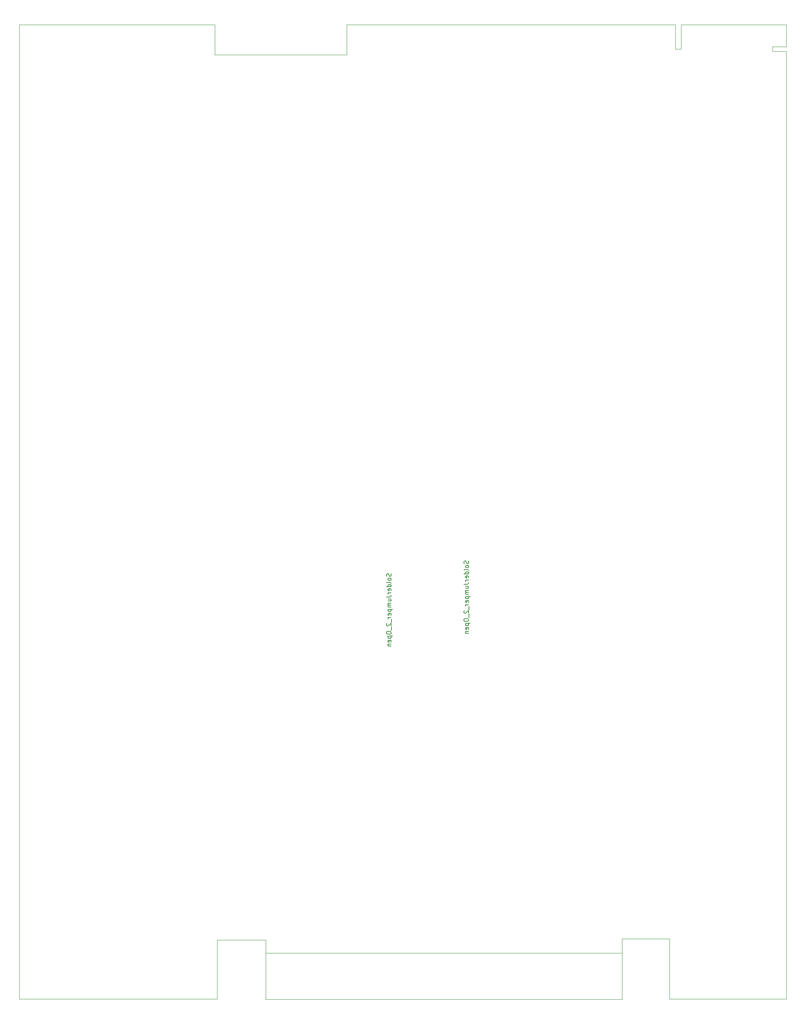
<source format=gbr>
%TF.GenerationSoftware,KiCad,Pcbnew,7.0.11-7.0.11~ubuntu22.04.1*%
%TF.CreationDate,2024-11-08T14:06:27-05:00*%
%TF.ProjectId,coleco_original_main_only,636f6c65-636f-45f6-9f72-6967696e616c,DEV*%
%TF.SameCoordinates,Original*%
%TF.FileFunction,AssemblyDrawing,Bot*%
%FSLAX46Y46*%
G04 Gerber Fmt 4.6, Leading zero omitted, Abs format (unit mm)*
G04 Created by KiCad (PCBNEW 7.0.11-7.0.11~ubuntu22.04.1) date 2024-11-08 14:06:27*
%MOMM*%
%LPD*%
G01*
G04 APERTURE LIST*
%ADD10C,0.100000*%
%ADD11C,0.150000*%
G04 APERTURE END LIST*
D10*
X166116000Y-230517000D02*
X191770000Y-230517000D01*
X191770000Y-21475000D02*
X191770000Y-16649000D01*
X95250000Y-16649000D02*
X95250000Y-23253000D01*
X95250000Y-23253000D02*
X66294000Y-23253000D01*
X66294000Y-23253000D02*
X66294000Y-16649000D01*
X191770000Y-16649000D02*
X168656000Y-16649000D01*
X191770000Y-230517000D02*
X191770000Y-22491000D01*
X188722000Y-21475000D02*
X191770000Y-21475000D01*
X166116000Y-217309000D02*
X166116000Y-230517000D01*
X191770000Y-22491000D02*
X188722000Y-22491000D01*
X167386000Y-16649000D02*
X95250000Y-16649000D01*
X66802000Y-230517000D02*
X66802000Y-217563000D01*
X167386000Y-21983000D02*
X167386000Y-16649000D01*
X23368000Y-230517000D02*
X66802000Y-230517000D01*
X77470000Y-217563000D02*
X77470000Y-230390000D01*
X23368000Y-16649000D02*
X23368000Y-230517000D01*
X155702000Y-217309000D02*
X166116000Y-217309000D01*
X66802000Y-217563000D02*
X77470000Y-217563000D01*
X168656000Y-21983000D02*
X167386000Y-21983000D01*
X66294000Y-16649000D02*
X23368000Y-16649000D01*
X155702000Y-230390000D02*
X155702000Y-217309000D01*
X188722000Y-22491000D02*
X188722000Y-21475000D01*
X168656000Y-16649000D02*
X168656000Y-21983000D01*
D11*
X104923200Y-137196808D02*
X104970819Y-137339665D01*
X104970819Y-137339665D02*
X104970819Y-137577760D01*
X104970819Y-137577760D02*
X104923200Y-137672998D01*
X104923200Y-137672998D02*
X104875580Y-137720617D01*
X104875580Y-137720617D02*
X104780342Y-137768236D01*
X104780342Y-137768236D02*
X104685104Y-137768236D01*
X104685104Y-137768236D02*
X104589866Y-137720617D01*
X104589866Y-137720617D02*
X104542247Y-137672998D01*
X104542247Y-137672998D02*
X104494628Y-137577760D01*
X104494628Y-137577760D02*
X104447009Y-137387284D01*
X104447009Y-137387284D02*
X104399390Y-137292046D01*
X104399390Y-137292046D02*
X104351771Y-137244427D01*
X104351771Y-137244427D02*
X104256533Y-137196808D01*
X104256533Y-137196808D02*
X104161295Y-137196808D01*
X104161295Y-137196808D02*
X104066057Y-137244427D01*
X104066057Y-137244427D02*
X104018438Y-137292046D01*
X104018438Y-137292046D02*
X103970819Y-137387284D01*
X103970819Y-137387284D02*
X103970819Y-137625379D01*
X103970819Y-137625379D02*
X104018438Y-137768236D01*
X104970819Y-138339665D02*
X104923200Y-138244427D01*
X104923200Y-138244427D02*
X104875580Y-138196808D01*
X104875580Y-138196808D02*
X104780342Y-138149189D01*
X104780342Y-138149189D02*
X104494628Y-138149189D01*
X104494628Y-138149189D02*
X104399390Y-138196808D01*
X104399390Y-138196808D02*
X104351771Y-138244427D01*
X104351771Y-138244427D02*
X104304152Y-138339665D01*
X104304152Y-138339665D02*
X104304152Y-138482522D01*
X104304152Y-138482522D02*
X104351771Y-138577760D01*
X104351771Y-138577760D02*
X104399390Y-138625379D01*
X104399390Y-138625379D02*
X104494628Y-138672998D01*
X104494628Y-138672998D02*
X104780342Y-138672998D01*
X104780342Y-138672998D02*
X104875580Y-138625379D01*
X104875580Y-138625379D02*
X104923200Y-138577760D01*
X104923200Y-138577760D02*
X104970819Y-138482522D01*
X104970819Y-138482522D02*
X104970819Y-138339665D01*
X104970819Y-139244427D02*
X104923200Y-139149189D01*
X104923200Y-139149189D02*
X104827961Y-139101570D01*
X104827961Y-139101570D02*
X103970819Y-139101570D01*
X104970819Y-140053951D02*
X103970819Y-140053951D01*
X104923200Y-140053951D02*
X104970819Y-139958713D01*
X104970819Y-139958713D02*
X104970819Y-139768237D01*
X104970819Y-139768237D02*
X104923200Y-139672999D01*
X104923200Y-139672999D02*
X104875580Y-139625380D01*
X104875580Y-139625380D02*
X104780342Y-139577761D01*
X104780342Y-139577761D02*
X104494628Y-139577761D01*
X104494628Y-139577761D02*
X104399390Y-139625380D01*
X104399390Y-139625380D02*
X104351771Y-139672999D01*
X104351771Y-139672999D02*
X104304152Y-139768237D01*
X104304152Y-139768237D02*
X104304152Y-139958713D01*
X104304152Y-139958713D02*
X104351771Y-140053951D01*
X104923200Y-140911094D02*
X104970819Y-140815856D01*
X104970819Y-140815856D02*
X104970819Y-140625380D01*
X104970819Y-140625380D02*
X104923200Y-140530142D01*
X104923200Y-140530142D02*
X104827961Y-140482523D01*
X104827961Y-140482523D02*
X104447009Y-140482523D01*
X104447009Y-140482523D02*
X104351771Y-140530142D01*
X104351771Y-140530142D02*
X104304152Y-140625380D01*
X104304152Y-140625380D02*
X104304152Y-140815856D01*
X104304152Y-140815856D02*
X104351771Y-140911094D01*
X104351771Y-140911094D02*
X104447009Y-140958713D01*
X104447009Y-140958713D02*
X104542247Y-140958713D01*
X104542247Y-140958713D02*
X104637485Y-140482523D01*
X104970819Y-141387285D02*
X104304152Y-141387285D01*
X104494628Y-141387285D02*
X104399390Y-141434904D01*
X104399390Y-141434904D02*
X104351771Y-141482523D01*
X104351771Y-141482523D02*
X104304152Y-141577761D01*
X104304152Y-141577761D02*
X104304152Y-141672999D01*
X103970819Y-142292047D02*
X104685104Y-142292047D01*
X104685104Y-142292047D02*
X104827961Y-142244428D01*
X104827961Y-142244428D02*
X104923200Y-142149190D01*
X104923200Y-142149190D02*
X104970819Y-142006333D01*
X104970819Y-142006333D02*
X104970819Y-141911095D01*
X104304152Y-143196809D02*
X104970819Y-143196809D01*
X104304152Y-142768238D02*
X104827961Y-142768238D01*
X104827961Y-142768238D02*
X104923200Y-142815857D01*
X104923200Y-142815857D02*
X104970819Y-142911095D01*
X104970819Y-142911095D02*
X104970819Y-143053952D01*
X104970819Y-143053952D02*
X104923200Y-143149190D01*
X104923200Y-143149190D02*
X104875580Y-143196809D01*
X104970819Y-143673000D02*
X104304152Y-143673000D01*
X104399390Y-143673000D02*
X104351771Y-143720619D01*
X104351771Y-143720619D02*
X104304152Y-143815857D01*
X104304152Y-143815857D02*
X104304152Y-143958714D01*
X104304152Y-143958714D02*
X104351771Y-144053952D01*
X104351771Y-144053952D02*
X104447009Y-144101571D01*
X104447009Y-144101571D02*
X104970819Y-144101571D01*
X104447009Y-144101571D02*
X104351771Y-144149190D01*
X104351771Y-144149190D02*
X104304152Y-144244428D01*
X104304152Y-144244428D02*
X104304152Y-144387285D01*
X104304152Y-144387285D02*
X104351771Y-144482524D01*
X104351771Y-144482524D02*
X104447009Y-144530143D01*
X104447009Y-144530143D02*
X104970819Y-144530143D01*
X104304152Y-145006333D02*
X105304152Y-145006333D01*
X104351771Y-145006333D02*
X104304152Y-145101571D01*
X104304152Y-145101571D02*
X104304152Y-145292047D01*
X104304152Y-145292047D02*
X104351771Y-145387285D01*
X104351771Y-145387285D02*
X104399390Y-145434904D01*
X104399390Y-145434904D02*
X104494628Y-145482523D01*
X104494628Y-145482523D02*
X104780342Y-145482523D01*
X104780342Y-145482523D02*
X104875580Y-145434904D01*
X104875580Y-145434904D02*
X104923200Y-145387285D01*
X104923200Y-145387285D02*
X104970819Y-145292047D01*
X104970819Y-145292047D02*
X104970819Y-145101571D01*
X104970819Y-145101571D02*
X104923200Y-145006333D01*
X104923200Y-146292047D02*
X104970819Y-146196809D01*
X104970819Y-146196809D02*
X104970819Y-146006333D01*
X104970819Y-146006333D02*
X104923200Y-145911095D01*
X104923200Y-145911095D02*
X104827961Y-145863476D01*
X104827961Y-145863476D02*
X104447009Y-145863476D01*
X104447009Y-145863476D02*
X104351771Y-145911095D01*
X104351771Y-145911095D02*
X104304152Y-146006333D01*
X104304152Y-146006333D02*
X104304152Y-146196809D01*
X104304152Y-146196809D02*
X104351771Y-146292047D01*
X104351771Y-146292047D02*
X104447009Y-146339666D01*
X104447009Y-146339666D02*
X104542247Y-146339666D01*
X104542247Y-146339666D02*
X104637485Y-145863476D01*
X104970819Y-146768238D02*
X104304152Y-146768238D01*
X104494628Y-146768238D02*
X104399390Y-146815857D01*
X104399390Y-146815857D02*
X104351771Y-146863476D01*
X104351771Y-146863476D02*
X104304152Y-146958714D01*
X104304152Y-146958714D02*
X104304152Y-147053952D01*
X105066057Y-147149191D02*
X105066057Y-147911095D01*
X104066057Y-148101572D02*
X104018438Y-148149191D01*
X104018438Y-148149191D02*
X103970819Y-148244429D01*
X103970819Y-148244429D02*
X103970819Y-148482524D01*
X103970819Y-148482524D02*
X104018438Y-148577762D01*
X104018438Y-148577762D02*
X104066057Y-148625381D01*
X104066057Y-148625381D02*
X104161295Y-148673000D01*
X104161295Y-148673000D02*
X104256533Y-148673000D01*
X104256533Y-148673000D02*
X104399390Y-148625381D01*
X104399390Y-148625381D02*
X104970819Y-148053953D01*
X104970819Y-148053953D02*
X104970819Y-148673000D01*
X105066057Y-148863477D02*
X105066057Y-149625381D01*
X103970819Y-150053953D02*
X103970819Y-150244429D01*
X103970819Y-150244429D02*
X104018438Y-150339667D01*
X104018438Y-150339667D02*
X104113676Y-150434905D01*
X104113676Y-150434905D02*
X104304152Y-150482524D01*
X104304152Y-150482524D02*
X104637485Y-150482524D01*
X104637485Y-150482524D02*
X104827961Y-150434905D01*
X104827961Y-150434905D02*
X104923200Y-150339667D01*
X104923200Y-150339667D02*
X104970819Y-150244429D01*
X104970819Y-150244429D02*
X104970819Y-150053953D01*
X104970819Y-150053953D02*
X104923200Y-149958715D01*
X104923200Y-149958715D02*
X104827961Y-149863477D01*
X104827961Y-149863477D02*
X104637485Y-149815858D01*
X104637485Y-149815858D02*
X104304152Y-149815858D01*
X104304152Y-149815858D02*
X104113676Y-149863477D01*
X104113676Y-149863477D02*
X104018438Y-149958715D01*
X104018438Y-149958715D02*
X103970819Y-150053953D01*
X104304152Y-150911096D02*
X105304152Y-150911096D01*
X104351771Y-150911096D02*
X104304152Y-151006334D01*
X104304152Y-151006334D02*
X104304152Y-151196810D01*
X104304152Y-151196810D02*
X104351771Y-151292048D01*
X104351771Y-151292048D02*
X104399390Y-151339667D01*
X104399390Y-151339667D02*
X104494628Y-151387286D01*
X104494628Y-151387286D02*
X104780342Y-151387286D01*
X104780342Y-151387286D02*
X104875580Y-151339667D01*
X104875580Y-151339667D02*
X104923200Y-151292048D01*
X104923200Y-151292048D02*
X104970819Y-151196810D01*
X104970819Y-151196810D02*
X104970819Y-151006334D01*
X104970819Y-151006334D02*
X104923200Y-150911096D01*
X104923200Y-152196810D02*
X104970819Y-152101572D01*
X104970819Y-152101572D02*
X104970819Y-151911096D01*
X104970819Y-151911096D02*
X104923200Y-151815858D01*
X104923200Y-151815858D02*
X104827961Y-151768239D01*
X104827961Y-151768239D02*
X104447009Y-151768239D01*
X104447009Y-151768239D02*
X104351771Y-151815858D01*
X104351771Y-151815858D02*
X104304152Y-151911096D01*
X104304152Y-151911096D02*
X104304152Y-152101572D01*
X104304152Y-152101572D02*
X104351771Y-152196810D01*
X104351771Y-152196810D02*
X104447009Y-152244429D01*
X104447009Y-152244429D02*
X104542247Y-152244429D01*
X104542247Y-152244429D02*
X104637485Y-151768239D01*
X104304152Y-152673001D02*
X104970819Y-152673001D01*
X104399390Y-152673001D02*
X104351771Y-152720620D01*
X104351771Y-152720620D02*
X104304152Y-152815858D01*
X104304152Y-152815858D02*
X104304152Y-152958715D01*
X104304152Y-152958715D02*
X104351771Y-153053953D01*
X104351771Y-153053953D02*
X104447009Y-153101572D01*
X104447009Y-153101572D02*
X104970819Y-153101572D01*
X121941200Y-134402808D02*
X121988819Y-134545665D01*
X121988819Y-134545665D02*
X121988819Y-134783760D01*
X121988819Y-134783760D02*
X121941200Y-134878998D01*
X121941200Y-134878998D02*
X121893580Y-134926617D01*
X121893580Y-134926617D02*
X121798342Y-134974236D01*
X121798342Y-134974236D02*
X121703104Y-134974236D01*
X121703104Y-134974236D02*
X121607866Y-134926617D01*
X121607866Y-134926617D02*
X121560247Y-134878998D01*
X121560247Y-134878998D02*
X121512628Y-134783760D01*
X121512628Y-134783760D02*
X121465009Y-134593284D01*
X121465009Y-134593284D02*
X121417390Y-134498046D01*
X121417390Y-134498046D02*
X121369771Y-134450427D01*
X121369771Y-134450427D02*
X121274533Y-134402808D01*
X121274533Y-134402808D02*
X121179295Y-134402808D01*
X121179295Y-134402808D02*
X121084057Y-134450427D01*
X121084057Y-134450427D02*
X121036438Y-134498046D01*
X121036438Y-134498046D02*
X120988819Y-134593284D01*
X120988819Y-134593284D02*
X120988819Y-134831379D01*
X120988819Y-134831379D02*
X121036438Y-134974236D01*
X121988819Y-135545665D02*
X121941200Y-135450427D01*
X121941200Y-135450427D02*
X121893580Y-135402808D01*
X121893580Y-135402808D02*
X121798342Y-135355189D01*
X121798342Y-135355189D02*
X121512628Y-135355189D01*
X121512628Y-135355189D02*
X121417390Y-135402808D01*
X121417390Y-135402808D02*
X121369771Y-135450427D01*
X121369771Y-135450427D02*
X121322152Y-135545665D01*
X121322152Y-135545665D02*
X121322152Y-135688522D01*
X121322152Y-135688522D02*
X121369771Y-135783760D01*
X121369771Y-135783760D02*
X121417390Y-135831379D01*
X121417390Y-135831379D02*
X121512628Y-135878998D01*
X121512628Y-135878998D02*
X121798342Y-135878998D01*
X121798342Y-135878998D02*
X121893580Y-135831379D01*
X121893580Y-135831379D02*
X121941200Y-135783760D01*
X121941200Y-135783760D02*
X121988819Y-135688522D01*
X121988819Y-135688522D02*
X121988819Y-135545665D01*
X121988819Y-136450427D02*
X121941200Y-136355189D01*
X121941200Y-136355189D02*
X121845961Y-136307570D01*
X121845961Y-136307570D02*
X120988819Y-136307570D01*
X121988819Y-137259951D02*
X120988819Y-137259951D01*
X121941200Y-137259951D02*
X121988819Y-137164713D01*
X121988819Y-137164713D02*
X121988819Y-136974237D01*
X121988819Y-136974237D02*
X121941200Y-136878999D01*
X121941200Y-136878999D02*
X121893580Y-136831380D01*
X121893580Y-136831380D02*
X121798342Y-136783761D01*
X121798342Y-136783761D02*
X121512628Y-136783761D01*
X121512628Y-136783761D02*
X121417390Y-136831380D01*
X121417390Y-136831380D02*
X121369771Y-136878999D01*
X121369771Y-136878999D02*
X121322152Y-136974237D01*
X121322152Y-136974237D02*
X121322152Y-137164713D01*
X121322152Y-137164713D02*
X121369771Y-137259951D01*
X121941200Y-138117094D02*
X121988819Y-138021856D01*
X121988819Y-138021856D02*
X121988819Y-137831380D01*
X121988819Y-137831380D02*
X121941200Y-137736142D01*
X121941200Y-137736142D02*
X121845961Y-137688523D01*
X121845961Y-137688523D02*
X121465009Y-137688523D01*
X121465009Y-137688523D02*
X121369771Y-137736142D01*
X121369771Y-137736142D02*
X121322152Y-137831380D01*
X121322152Y-137831380D02*
X121322152Y-138021856D01*
X121322152Y-138021856D02*
X121369771Y-138117094D01*
X121369771Y-138117094D02*
X121465009Y-138164713D01*
X121465009Y-138164713D02*
X121560247Y-138164713D01*
X121560247Y-138164713D02*
X121655485Y-137688523D01*
X121988819Y-138593285D02*
X121322152Y-138593285D01*
X121512628Y-138593285D02*
X121417390Y-138640904D01*
X121417390Y-138640904D02*
X121369771Y-138688523D01*
X121369771Y-138688523D02*
X121322152Y-138783761D01*
X121322152Y-138783761D02*
X121322152Y-138878999D01*
X120988819Y-139498047D02*
X121703104Y-139498047D01*
X121703104Y-139498047D02*
X121845961Y-139450428D01*
X121845961Y-139450428D02*
X121941200Y-139355190D01*
X121941200Y-139355190D02*
X121988819Y-139212333D01*
X121988819Y-139212333D02*
X121988819Y-139117095D01*
X121322152Y-140402809D02*
X121988819Y-140402809D01*
X121322152Y-139974238D02*
X121845961Y-139974238D01*
X121845961Y-139974238D02*
X121941200Y-140021857D01*
X121941200Y-140021857D02*
X121988819Y-140117095D01*
X121988819Y-140117095D02*
X121988819Y-140259952D01*
X121988819Y-140259952D02*
X121941200Y-140355190D01*
X121941200Y-140355190D02*
X121893580Y-140402809D01*
X121988819Y-140879000D02*
X121322152Y-140879000D01*
X121417390Y-140879000D02*
X121369771Y-140926619D01*
X121369771Y-140926619D02*
X121322152Y-141021857D01*
X121322152Y-141021857D02*
X121322152Y-141164714D01*
X121322152Y-141164714D02*
X121369771Y-141259952D01*
X121369771Y-141259952D02*
X121465009Y-141307571D01*
X121465009Y-141307571D02*
X121988819Y-141307571D01*
X121465009Y-141307571D02*
X121369771Y-141355190D01*
X121369771Y-141355190D02*
X121322152Y-141450428D01*
X121322152Y-141450428D02*
X121322152Y-141593285D01*
X121322152Y-141593285D02*
X121369771Y-141688524D01*
X121369771Y-141688524D02*
X121465009Y-141736143D01*
X121465009Y-141736143D02*
X121988819Y-141736143D01*
X121322152Y-142212333D02*
X122322152Y-142212333D01*
X121369771Y-142212333D02*
X121322152Y-142307571D01*
X121322152Y-142307571D02*
X121322152Y-142498047D01*
X121322152Y-142498047D02*
X121369771Y-142593285D01*
X121369771Y-142593285D02*
X121417390Y-142640904D01*
X121417390Y-142640904D02*
X121512628Y-142688523D01*
X121512628Y-142688523D02*
X121798342Y-142688523D01*
X121798342Y-142688523D02*
X121893580Y-142640904D01*
X121893580Y-142640904D02*
X121941200Y-142593285D01*
X121941200Y-142593285D02*
X121988819Y-142498047D01*
X121988819Y-142498047D02*
X121988819Y-142307571D01*
X121988819Y-142307571D02*
X121941200Y-142212333D01*
X121941200Y-143498047D02*
X121988819Y-143402809D01*
X121988819Y-143402809D02*
X121988819Y-143212333D01*
X121988819Y-143212333D02*
X121941200Y-143117095D01*
X121941200Y-143117095D02*
X121845961Y-143069476D01*
X121845961Y-143069476D02*
X121465009Y-143069476D01*
X121465009Y-143069476D02*
X121369771Y-143117095D01*
X121369771Y-143117095D02*
X121322152Y-143212333D01*
X121322152Y-143212333D02*
X121322152Y-143402809D01*
X121322152Y-143402809D02*
X121369771Y-143498047D01*
X121369771Y-143498047D02*
X121465009Y-143545666D01*
X121465009Y-143545666D02*
X121560247Y-143545666D01*
X121560247Y-143545666D02*
X121655485Y-143069476D01*
X121988819Y-143974238D02*
X121322152Y-143974238D01*
X121512628Y-143974238D02*
X121417390Y-144021857D01*
X121417390Y-144021857D02*
X121369771Y-144069476D01*
X121369771Y-144069476D02*
X121322152Y-144164714D01*
X121322152Y-144164714D02*
X121322152Y-144259952D01*
X122084057Y-144355191D02*
X122084057Y-145117095D01*
X121084057Y-145307572D02*
X121036438Y-145355191D01*
X121036438Y-145355191D02*
X120988819Y-145450429D01*
X120988819Y-145450429D02*
X120988819Y-145688524D01*
X120988819Y-145688524D02*
X121036438Y-145783762D01*
X121036438Y-145783762D02*
X121084057Y-145831381D01*
X121084057Y-145831381D02*
X121179295Y-145879000D01*
X121179295Y-145879000D02*
X121274533Y-145879000D01*
X121274533Y-145879000D02*
X121417390Y-145831381D01*
X121417390Y-145831381D02*
X121988819Y-145259953D01*
X121988819Y-145259953D02*
X121988819Y-145879000D01*
X122084057Y-146069477D02*
X122084057Y-146831381D01*
X120988819Y-147259953D02*
X120988819Y-147450429D01*
X120988819Y-147450429D02*
X121036438Y-147545667D01*
X121036438Y-147545667D02*
X121131676Y-147640905D01*
X121131676Y-147640905D02*
X121322152Y-147688524D01*
X121322152Y-147688524D02*
X121655485Y-147688524D01*
X121655485Y-147688524D02*
X121845961Y-147640905D01*
X121845961Y-147640905D02*
X121941200Y-147545667D01*
X121941200Y-147545667D02*
X121988819Y-147450429D01*
X121988819Y-147450429D02*
X121988819Y-147259953D01*
X121988819Y-147259953D02*
X121941200Y-147164715D01*
X121941200Y-147164715D02*
X121845961Y-147069477D01*
X121845961Y-147069477D02*
X121655485Y-147021858D01*
X121655485Y-147021858D02*
X121322152Y-147021858D01*
X121322152Y-147021858D02*
X121131676Y-147069477D01*
X121131676Y-147069477D02*
X121036438Y-147164715D01*
X121036438Y-147164715D02*
X120988819Y-147259953D01*
X121322152Y-148117096D02*
X122322152Y-148117096D01*
X121369771Y-148117096D02*
X121322152Y-148212334D01*
X121322152Y-148212334D02*
X121322152Y-148402810D01*
X121322152Y-148402810D02*
X121369771Y-148498048D01*
X121369771Y-148498048D02*
X121417390Y-148545667D01*
X121417390Y-148545667D02*
X121512628Y-148593286D01*
X121512628Y-148593286D02*
X121798342Y-148593286D01*
X121798342Y-148593286D02*
X121893580Y-148545667D01*
X121893580Y-148545667D02*
X121941200Y-148498048D01*
X121941200Y-148498048D02*
X121988819Y-148402810D01*
X121988819Y-148402810D02*
X121988819Y-148212334D01*
X121988819Y-148212334D02*
X121941200Y-148117096D01*
X121941200Y-149402810D02*
X121988819Y-149307572D01*
X121988819Y-149307572D02*
X121988819Y-149117096D01*
X121988819Y-149117096D02*
X121941200Y-149021858D01*
X121941200Y-149021858D02*
X121845961Y-148974239D01*
X121845961Y-148974239D02*
X121465009Y-148974239D01*
X121465009Y-148974239D02*
X121369771Y-149021858D01*
X121369771Y-149021858D02*
X121322152Y-149117096D01*
X121322152Y-149117096D02*
X121322152Y-149307572D01*
X121322152Y-149307572D02*
X121369771Y-149402810D01*
X121369771Y-149402810D02*
X121465009Y-149450429D01*
X121465009Y-149450429D02*
X121560247Y-149450429D01*
X121560247Y-149450429D02*
X121655485Y-148974239D01*
X121322152Y-149879001D02*
X121988819Y-149879001D01*
X121417390Y-149879001D02*
X121369771Y-149926620D01*
X121369771Y-149926620D02*
X121322152Y-150021858D01*
X121322152Y-150021858D02*
X121322152Y-150164715D01*
X121322152Y-150164715D02*
X121369771Y-150259953D01*
X121369771Y-150259953D02*
X121465009Y-150307572D01*
X121465009Y-150307572D02*
X121988819Y-150307572D01*
D10*
%TO.C,J2*%
X77470000Y-220484000D02*
X155448000Y-220484000D01*
X77470000Y-221500000D02*
X77470000Y-220484000D01*
X77470000Y-221754000D02*
X77470000Y-230644000D01*
X77470000Y-230644000D02*
X155448000Y-230644000D01*
X155448000Y-230644000D02*
X155702000Y-230644000D01*
X155702000Y-220484000D02*
X155448000Y-220484000D01*
X155702000Y-230644000D02*
X155702000Y-220484000D01*
%TD*%
M02*

</source>
